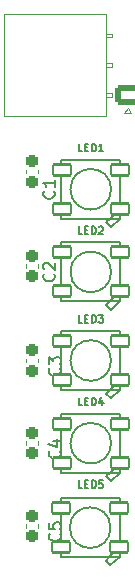
<source format=gbr>
%TF.GenerationSoftware,KiCad,Pcbnew,9.0.1*%
%TF.CreationDate,2025-09-15T21:48:15-05:00*%
%TF.ProjectId,IndicationPCB,496e6469-6361-4746-996f-6e5043422e6b,rev?*%
%TF.SameCoordinates,Original*%
%TF.FileFunction,Legend,Top*%
%TF.FilePolarity,Positive*%
%FSLAX46Y46*%
G04 Gerber Fmt 4.6, Leading zero omitted, Abs format (unit mm)*
G04 Created by KiCad (PCBNEW 9.0.1) date 2025-09-15 21:48:15*
%MOMM*%
%LPD*%
G01*
G04 APERTURE LIST*
G04 Aperture macros list*
%AMRoundRect*
0 Rectangle with rounded corners*
0 $1 Rounding radius*
0 $2 $3 $4 $5 $6 $7 $8 $9 X,Y pos of 4 corners*
0 Add a 4 corners polygon primitive as box body*
4,1,4,$2,$3,$4,$5,$6,$7,$8,$9,$2,$3,0*
0 Add four circle primitives for the rounded corners*
1,1,$1+$1,$2,$3*
1,1,$1+$1,$4,$5*
1,1,$1+$1,$6,$7*
1,1,$1+$1,$8,$9*
0 Add four rect primitives between the rounded corners*
20,1,$1+$1,$2,$3,$4,$5,0*
20,1,$1+$1,$4,$5,$6,$7,0*
20,1,$1+$1,$6,$7,$8,$9,0*
20,1,$1+$1,$8,$9,$2,$3,0*%
G04 Aperture macros list end*
%ADD10C,0.150000*%
%ADD11C,0.127000*%
%ADD12C,0.120000*%
%ADD13RoundRect,0.102000X0.750000X0.450000X-0.750000X0.450000X-0.750000X-0.450000X0.750000X-0.450000X0*%
%ADD14RoundRect,0.237500X0.237500X-0.300000X0.237500X0.300000X-0.237500X0.300000X-0.237500X-0.300000X0*%
%ADD15C,3.200000*%
%ADD16C,1.700000*%
%ADD17RoundRect,0.250000X0.850000X0.600000X-0.850000X0.600000X-0.850000X-0.600000X0.850000X-0.600000X0*%
%ADD18O,2.200000X1.700000*%
G04 APERTURE END LIST*
D10*
X144283809Y-77288276D02*
X143979047Y-77288276D01*
X143979047Y-77288276D02*
X143979047Y-76648276D01*
X144497142Y-76953038D02*
X144710476Y-76953038D01*
X144801904Y-77288276D02*
X144497142Y-77288276D01*
X144497142Y-77288276D02*
X144497142Y-76648276D01*
X144497142Y-76648276D02*
X144801904Y-76648276D01*
X145076190Y-77288276D02*
X145076190Y-76648276D01*
X145076190Y-76648276D02*
X145228571Y-76648276D01*
X145228571Y-76648276D02*
X145320000Y-76678752D01*
X145320000Y-76678752D02*
X145380952Y-76739704D01*
X145380952Y-76739704D02*
X145411429Y-76800657D01*
X145411429Y-76800657D02*
X145441905Y-76922561D01*
X145441905Y-76922561D02*
X145441905Y-77013990D01*
X145441905Y-77013990D02*
X145411429Y-77135895D01*
X145411429Y-77135895D02*
X145380952Y-77196847D01*
X145380952Y-77196847D02*
X145320000Y-77257800D01*
X145320000Y-77257800D02*
X145228571Y-77288276D01*
X145228571Y-77288276D02*
X145076190Y-77288276D01*
X145685714Y-76709228D02*
X145716190Y-76678752D01*
X145716190Y-76678752D02*
X145777143Y-76648276D01*
X145777143Y-76648276D02*
X145929524Y-76648276D01*
X145929524Y-76648276D02*
X145990476Y-76678752D01*
X145990476Y-76678752D02*
X146020952Y-76709228D01*
X146020952Y-76709228D02*
X146051429Y-76770180D01*
X146051429Y-76770180D02*
X146051429Y-76831133D01*
X146051429Y-76831133D02*
X146020952Y-76922561D01*
X146020952Y-76922561D02*
X145655238Y-77288276D01*
X145655238Y-77288276D02*
X146051429Y-77288276D01*
X144283809Y-70288276D02*
X143979047Y-70288276D01*
X143979047Y-70288276D02*
X143979047Y-69648276D01*
X144497142Y-69953038D02*
X144710476Y-69953038D01*
X144801904Y-70288276D02*
X144497142Y-70288276D01*
X144497142Y-70288276D02*
X144497142Y-69648276D01*
X144497142Y-69648276D02*
X144801904Y-69648276D01*
X145076190Y-70288276D02*
X145076190Y-69648276D01*
X145076190Y-69648276D02*
X145228571Y-69648276D01*
X145228571Y-69648276D02*
X145320000Y-69678752D01*
X145320000Y-69678752D02*
X145380952Y-69739704D01*
X145380952Y-69739704D02*
X145411429Y-69800657D01*
X145411429Y-69800657D02*
X145441905Y-69922561D01*
X145441905Y-69922561D02*
X145441905Y-70013990D01*
X145441905Y-70013990D02*
X145411429Y-70135895D01*
X145411429Y-70135895D02*
X145380952Y-70196847D01*
X145380952Y-70196847D02*
X145320000Y-70257800D01*
X145320000Y-70257800D02*
X145228571Y-70288276D01*
X145228571Y-70288276D02*
X145076190Y-70288276D01*
X146051429Y-70288276D02*
X145685714Y-70288276D01*
X145868571Y-70288276D02*
X145868571Y-69648276D01*
X145868571Y-69648276D02*
X145807619Y-69739704D01*
X145807619Y-69739704D02*
X145746667Y-69800657D01*
X145746667Y-69800657D02*
X145685714Y-69831133D01*
X141859580Y-80666666D02*
X141907200Y-80714285D01*
X141907200Y-80714285D02*
X141954819Y-80857142D01*
X141954819Y-80857142D02*
X141954819Y-80952380D01*
X141954819Y-80952380D02*
X141907200Y-81095237D01*
X141907200Y-81095237D02*
X141811961Y-81190475D01*
X141811961Y-81190475D02*
X141716723Y-81238094D01*
X141716723Y-81238094D02*
X141526247Y-81285713D01*
X141526247Y-81285713D02*
X141383390Y-81285713D01*
X141383390Y-81285713D02*
X141192914Y-81238094D01*
X141192914Y-81238094D02*
X141097676Y-81190475D01*
X141097676Y-81190475D02*
X141002438Y-81095237D01*
X141002438Y-81095237D02*
X140954819Y-80952380D01*
X140954819Y-80952380D02*
X140954819Y-80857142D01*
X140954819Y-80857142D02*
X141002438Y-80714285D01*
X141002438Y-80714285D02*
X141050057Y-80666666D01*
X141050057Y-80285713D02*
X141002438Y-80238094D01*
X141002438Y-80238094D02*
X140954819Y-80142856D01*
X140954819Y-80142856D02*
X140954819Y-79904761D01*
X140954819Y-79904761D02*
X141002438Y-79809523D01*
X141002438Y-79809523D02*
X141050057Y-79761904D01*
X141050057Y-79761904D02*
X141145295Y-79714285D01*
X141145295Y-79714285D02*
X141240533Y-79714285D01*
X141240533Y-79714285D02*
X141383390Y-79761904D01*
X141383390Y-79761904D02*
X141954819Y-80333332D01*
X141954819Y-80333332D02*
X141954819Y-79714285D01*
X144283809Y-84788276D02*
X143979047Y-84788276D01*
X143979047Y-84788276D02*
X143979047Y-84148276D01*
X144497142Y-84453038D02*
X144710476Y-84453038D01*
X144801904Y-84788276D02*
X144497142Y-84788276D01*
X144497142Y-84788276D02*
X144497142Y-84148276D01*
X144497142Y-84148276D02*
X144801904Y-84148276D01*
X145076190Y-84788276D02*
X145076190Y-84148276D01*
X145076190Y-84148276D02*
X145228571Y-84148276D01*
X145228571Y-84148276D02*
X145320000Y-84178752D01*
X145320000Y-84178752D02*
X145380952Y-84239704D01*
X145380952Y-84239704D02*
X145411429Y-84300657D01*
X145411429Y-84300657D02*
X145441905Y-84422561D01*
X145441905Y-84422561D02*
X145441905Y-84513990D01*
X145441905Y-84513990D02*
X145411429Y-84635895D01*
X145411429Y-84635895D02*
X145380952Y-84696847D01*
X145380952Y-84696847D02*
X145320000Y-84757800D01*
X145320000Y-84757800D02*
X145228571Y-84788276D01*
X145228571Y-84788276D02*
X145076190Y-84788276D01*
X145655238Y-84148276D02*
X146051429Y-84148276D01*
X146051429Y-84148276D02*
X145838095Y-84392085D01*
X145838095Y-84392085D02*
X145929524Y-84392085D01*
X145929524Y-84392085D02*
X145990476Y-84422561D01*
X145990476Y-84422561D02*
X146020952Y-84453038D01*
X146020952Y-84453038D02*
X146051429Y-84513990D01*
X146051429Y-84513990D02*
X146051429Y-84666371D01*
X146051429Y-84666371D02*
X146020952Y-84727323D01*
X146020952Y-84727323D02*
X145990476Y-84757800D01*
X145990476Y-84757800D02*
X145929524Y-84788276D01*
X145929524Y-84788276D02*
X145746667Y-84788276D01*
X145746667Y-84788276D02*
X145685714Y-84757800D01*
X145685714Y-84757800D02*
X145655238Y-84727323D01*
X142359580Y-88666666D02*
X142407200Y-88714285D01*
X142407200Y-88714285D02*
X142454819Y-88857142D01*
X142454819Y-88857142D02*
X142454819Y-88952380D01*
X142454819Y-88952380D02*
X142407200Y-89095237D01*
X142407200Y-89095237D02*
X142311961Y-89190475D01*
X142311961Y-89190475D02*
X142216723Y-89238094D01*
X142216723Y-89238094D02*
X142026247Y-89285713D01*
X142026247Y-89285713D02*
X141883390Y-89285713D01*
X141883390Y-89285713D02*
X141692914Y-89238094D01*
X141692914Y-89238094D02*
X141597676Y-89190475D01*
X141597676Y-89190475D02*
X141502438Y-89095237D01*
X141502438Y-89095237D02*
X141454819Y-88952380D01*
X141454819Y-88952380D02*
X141454819Y-88857142D01*
X141454819Y-88857142D02*
X141502438Y-88714285D01*
X141502438Y-88714285D02*
X141550057Y-88666666D01*
X141454819Y-88333332D02*
X141454819Y-87714285D01*
X141454819Y-87714285D02*
X141835771Y-88047618D01*
X141835771Y-88047618D02*
X141835771Y-87904761D01*
X141835771Y-87904761D02*
X141883390Y-87809523D01*
X141883390Y-87809523D02*
X141931009Y-87761904D01*
X141931009Y-87761904D02*
X142026247Y-87714285D01*
X142026247Y-87714285D02*
X142264342Y-87714285D01*
X142264342Y-87714285D02*
X142359580Y-87761904D01*
X142359580Y-87761904D02*
X142407200Y-87809523D01*
X142407200Y-87809523D02*
X142454819Y-87904761D01*
X142454819Y-87904761D02*
X142454819Y-88190475D01*
X142454819Y-88190475D02*
X142407200Y-88285713D01*
X142407200Y-88285713D02*
X142359580Y-88333332D01*
X144283809Y-91788276D02*
X143979047Y-91788276D01*
X143979047Y-91788276D02*
X143979047Y-91148276D01*
X144497142Y-91453038D02*
X144710476Y-91453038D01*
X144801904Y-91788276D02*
X144497142Y-91788276D01*
X144497142Y-91788276D02*
X144497142Y-91148276D01*
X144497142Y-91148276D02*
X144801904Y-91148276D01*
X145076190Y-91788276D02*
X145076190Y-91148276D01*
X145076190Y-91148276D02*
X145228571Y-91148276D01*
X145228571Y-91148276D02*
X145320000Y-91178752D01*
X145320000Y-91178752D02*
X145380952Y-91239704D01*
X145380952Y-91239704D02*
X145411429Y-91300657D01*
X145411429Y-91300657D02*
X145441905Y-91422561D01*
X145441905Y-91422561D02*
X145441905Y-91513990D01*
X145441905Y-91513990D02*
X145411429Y-91635895D01*
X145411429Y-91635895D02*
X145380952Y-91696847D01*
X145380952Y-91696847D02*
X145320000Y-91757800D01*
X145320000Y-91757800D02*
X145228571Y-91788276D01*
X145228571Y-91788276D02*
X145076190Y-91788276D01*
X145990476Y-91361609D02*
X145990476Y-91788276D01*
X145838095Y-91117800D02*
X145685714Y-91574942D01*
X145685714Y-91574942D02*
X146081905Y-91574942D01*
X142359580Y-95666666D02*
X142407200Y-95714285D01*
X142407200Y-95714285D02*
X142454819Y-95857142D01*
X142454819Y-95857142D02*
X142454819Y-95952380D01*
X142454819Y-95952380D02*
X142407200Y-96095237D01*
X142407200Y-96095237D02*
X142311961Y-96190475D01*
X142311961Y-96190475D02*
X142216723Y-96238094D01*
X142216723Y-96238094D02*
X142026247Y-96285713D01*
X142026247Y-96285713D02*
X141883390Y-96285713D01*
X141883390Y-96285713D02*
X141692914Y-96238094D01*
X141692914Y-96238094D02*
X141597676Y-96190475D01*
X141597676Y-96190475D02*
X141502438Y-96095237D01*
X141502438Y-96095237D02*
X141454819Y-95952380D01*
X141454819Y-95952380D02*
X141454819Y-95857142D01*
X141454819Y-95857142D02*
X141502438Y-95714285D01*
X141502438Y-95714285D02*
X141550057Y-95666666D01*
X141788152Y-94809523D02*
X142454819Y-94809523D01*
X141407200Y-95047618D02*
X142121485Y-95285713D01*
X142121485Y-95285713D02*
X142121485Y-94666666D01*
X141859580Y-73666666D02*
X141907200Y-73714285D01*
X141907200Y-73714285D02*
X141954819Y-73857142D01*
X141954819Y-73857142D02*
X141954819Y-73952380D01*
X141954819Y-73952380D02*
X141907200Y-74095237D01*
X141907200Y-74095237D02*
X141811961Y-74190475D01*
X141811961Y-74190475D02*
X141716723Y-74238094D01*
X141716723Y-74238094D02*
X141526247Y-74285713D01*
X141526247Y-74285713D02*
X141383390Y-74285713D01*
X141383390Y-74285713D02*
X141192914Y-74238094D01*
X141192914Y-74238094D02*
X141097676Y-74190475D01*
X141097676Y-74190475D02*
X141002438Y-74095237D01*
X141002438Y-74095237D02*
X140954819Y-73952380D01*
X140954819Y-73952380D02*
X140954819Y-73857142D01*
X140954819Y-73857142D02*
X141002438Y-73714285D01*
X141002438Y-73714285D02*
X141050057Y-73666666D01*
X141954819Y-72714285D02*
X141954819Y-73285713D01*
X141954819Y-72999999D02*
X140954819Y-72999999D01*
X140954819Y-72999999D02*
X141097676Y-73095237D01*
X141097676Y-73095237D02*
X141192914Y-73190475D01*
X141192914Y-73190475D02*
X141240533Y-73285713D01*
X142359580Y-102666666D02*
X142407200Y-102714285D01*
X142407200Y-102714285D02*
X142454819Y-102857142D01*
X142454819Y-102857142D02*
X142454819Y-102952380D01*
X142454819Y-102952380D02*
X142407200Y-103095237D01*
X142407200Y-103095237D02*
X142311961Y-103190475D01*
X142311961Y-103190475D02*
X142216723Y-103238094D01*
X142216723Y-103238094D02*
X142026247Y-103285713D01*
X142026247Y-103285713D02*
X141883390Y-103285713D01*
X141883390Y-103285713D02*
X141692914Y-103238094D01*
X141692914Y-103238094D02*
X141597676Y-103190475D01*
X141597676Y-103190475D02*
X141502438Y-103095237D01*
X141502438Y-103095237D02*
X141454819Y-102952380D01*
X141454819Y-102952380D02*
X141454819Y-102857142D01*
X141454819Y-102857142D02*
X141502438Y-102714285D01*
X141502438Y-102714285D02*
X141550057Y-102666666D01*
X141454819Y-101761904D02*
X141454819Y-102238094D01*
X141454819Y-102238094D02*
X141931009Y-102285713D01*
X141931009Y-102285713D02*
X141883390Y-102238094D01*
X141883390Y-102238094D02*
X141835771Y-102142856D01*
X141835771Y-102142856D02*
X141835771Y-101904761D01*
X141835771Y-101904761D02*
X141883390Y-101809523D01*
X141883390Y-101809523D02*
X141931009Y-101761904D01*
X141931009Y-101761904D02*
X142026247Y-101714285D01*
X142026247Y-101714285D02*
X142264342Y-101714285D01*
X142264342Y-101714285D02*
X142359580Y-101761904D01*
X142359580Y-101761904D02*
X142407200Y-101809523D01*
X142407200Y-101809523D02*
X142454819Y-101904761D01*
X142454819Y-101904761D02*
X142454819Y-102142856D01*
X142454819Y-102142856D02*
X142407200Y-102238094D01*
X142407200Y-102238094D02*
X142359580Y-102285713D01*
X144283809Y-98788276D02*
X143979047Y-98788276D01*
X143979047Y-98788276D02*
X143979047Y-98148276D01*
X144497142Y-98453038D02*
X144710476Y-98453038D01*
X144801904Y-98788276D02*
X144497142Y-98788276D01*
X144497142Y-98788276D02*
X144497142Y-98148276D01*
X144497142Y-98148276D02*
X144801904Y-98148276D01*
X145076190Y-98788276D02*
X145076190Y-98148276D01*
X145076190Y-98148276D02*
X145228571Y-98148276D01*
X145228571Y-98148276D02*
X145320000Y-98178752D01*
X145320000Y-98178752D02*
X145380952Y-98239704D01*
X145380952Y-98239704D02*
X145411429Y-98300657D01*
X145411429Y-98300657D02*
X145441905Y-98422561D01*
X145441905Y-98422561D02*
X145441905Y-98513990D01*
X145441905Y-98513990D02*
X145411429Y-98635895D01*
X145411429Y-98635895D02*
X145380952Y-98696847D01*
X145380952Y-98696847D02*
X145320000Y-98757800D01*
X145320000Y-98757800D02*
X145228571Y-98788276D01*
X145228571Y-98788276D02*
X145076190Y-98788276D01*
X146020952Y-98148276D02*
X145716190Y-98148276D01*
X145716190Y-98148276D02*
X145685714Y-98453038D01*
X145685714Y-98453038D02*
X145716190Y-98422561D01*
X145716190Y-98422561D02*
X145777143Y-98392085D01*
X145777143Y-98392085D02*
X145929524Y-98392085D01*
X145929524Y-98392085D02*
X145990476Y-98422561D01*
X145990476Y-98422561D02*
X146020952Y-98453038D01*
X146020952Y-98453038D02*
X146051429Y-98513990D01*
X146051429Y-98513990D02*
X146051429Y-98666371D01*
X146051429Y-98666371D02*
X146020952Y-98727323D01*
X146020952Y-98727323D02*
X145990476Y-98757800D01*
X145990476Y-98757800D02*
X145929524Y-98788276D01*
X145929524Y-98788276D02*
X145777143Y-98788276D01*
X145777143Y-98788276D02*
X145716190Y-98757800D01*
X145716190Y-98757800D02*
X145685714Y-98727323D01*
D11*
%TO.C,LED2*%
X142500000Y-78000000D02*
X147500000Y-78000000D01*
X142500000Y-83000000D02*
X142500000Y-78000000D01*
X146300000Y-83300000D02*
X146700000Y-83700000D01*
X146600000Y-83000000D02*
X142500000Y-83000000D01*
X146600000Y-83000000D02*
X146300000Y-83300000D01*
X146700000Y-83700000D02*
X147500000Y-83000000D01*
X147500000Y-78000000D02*
X147500000Y-82100000D01*
X147500000Y-82100000D02*
X146600000Y-83000000D01*
X147500000Y-82100000D02*
X147500000Y-83000000D01*
X147500000Y-83000000D02*
X146600000Y-83000000D01*
X146720460Y-80500000D02*
G75*
G02*
X143279540Y-80500000I-1720460J0D01*
G01*
X143279540Y-80500000D02*
G75*
G02*
X146720460Y-80500000I1720460J0D01*
G01*
%TO.C,LED1*%
X142500000Y-71000000D02*
X147500000Y-71000000D01*
X142500000Y-76000000D02*
X142500000Y-71000000D01*
X146300000Y-76300000D02*
X146700000Y-76700000D01*
X146600000Y-76000000D02*
X142500000Y-76000000D01*
X146600000Y-76000000D02*
X146300000Y-76300000D01*
X146700000Y-76700000D02*
X147500000Y-76000000D01*
X147500000Y-71000000D02*
X147500000Y-75100000D01*
X147500000Y-75100000D02*
X146600000Y-76000000D01*
X147500000Y-75100000D02*
X147500000Y-76000000D01*
X147500000Y-76000000D02*
X146600000Y-76000000D01*
X146720460Y-73500000D02*
G75*
G02*
X143279540Y-73500000I-1720460J0D01*
G01*
X143279540Y-73500000D02*
G75*
G02*
X146720460Y-73500000I1720460J0D01*
G01*
D12*
%TO.C,C2*%
X139490000Y-80146267D02*
X139490000Y-79853733D01*
X140510000Y-80146267D02*
X140510000Y-79853733D01*
D11*
%TO.C,LED3*%
X142500000Y-85500000D02*
X147500000Y-85500000D01*
X142500000Y-90500000D02*
X142500000Y-85500000D01*
X146300000Y-90800000D02*
X146700000Y-91200000D01*
X146600000Y-90500000D02*
X142500000Y-90500000D01*
X146600000Y-90500000D02*
X146300000Y-90800000D01*
X146700000Y-91200000D02*
X147500000Y-90500000D01*
X147500000Y-85500000D02*
X147500000Y-89600000D01*
X147500000Y-89600000D02*
X146600000Y-90500000D01*
X147500000Y-89600000D02*
X147500000Y-90500000D01*
X147500000Y-90500000D02*
X146600000Y-90500000D01*
X146720460Y-88000000D02*
G75*
G02*
X143279540Y-88000000I-1720460J0D01*
G01*
X143279540Y-88000000D02*
G75*
G02*
X146720460Y-88000000I1720460J0D01*
G01*
D12*
%TO.C,C3*%
X139490000Y-88146267D02*
X139490000Y-87853733D01*
X140510000Y-88146267D02*
X140510000Y-87853733D01*
D11*
%TO.C,LED4*%
X142500000Y-92500000D02*
X147500000Y-92500000D01*
X142500000Y-97500000D02*
X142500000Y-92500000D01*
X146300000Y-97800000D02*
X146700000Y-98200000D01*
X146600000Y-97500000D02*
X142500000Y-97500000D01*
X146600000Y-97500000D02*
X146300000Y-97800000D01*
X146700000Y-98200000D02*
X147500000Y-97500000D01*
X147500000Y-92500000D02*
X147500000Y-96600000D01*
X147500000Y-96600000D02*
X146600000Y-97500000D01*
X147500000Y-96600000D02*
X147500000Y-97500000D01*
X147500000Y-97500000D02*
X146600000Y-97500000D01*
X146720460Y-95000000D02*
G75*
G02*
X143279540Y-95000000I-1720460J0D01*
G01*
X143279540Y-95000000D02*
G75*
G02*
X146720460Y-95000000I1720460J0D01*
G01*
D12*
%TO.C,C4*%
X139490000Y-95146267D02*
X139490000Y-94853733D01*
X140510000Y-95146267D02*
X140510000Y-94853733D01*
%TO.C,J1*%
X137650000Y-58670000D02*
X137650000Y-67330000D01*
X137650000Y-67330000D02*
X146330000Y-67330000D01*
X146330000Y-58670000D02*
X137650000Y-58670000D01*
X146330000Y-60350000D02*
X146330000Y-60650000D01*
X146330000Y-60650000D02*
X146780000Y-60650000D01*
X146330000Y-62850000D02*
X146330000Y-63150000D01*
X146330000Y-63150000D02*
X146780000Y-63150000D01*
X146330000Y-65350000D02*
X146330000Y-65650000D01*
X146330000Y-65650000D02*
X146780000Y-65650000D01*
X146330000Y-67330000D02*
X146330000Y-58670000D01*
X146780000Y-60350000D02*
X146330000Y-60350000D01*
X146780000Y-60650000D02*
X146780000Y-60350000D01*
X146780000Y-62850000D02*
X146330000Y-62850000D01*
X146780000Y-63150000D02*
X146780000Y-62850000D01*
X146780000Y-65350000D02*
X146330000Y-65350000D01*
X146780000Y-65650000D02*
X146780000Y-65350000D01*
X147840000Y-67034264D02*
X148440000Y-67034264D01*
X148140000Y-66610000D02*
X147840000Y-67034264D01*
X148440000Y-67034264D02*
X148140000Y-66610000D01*
%TO.C,C1*%
X139490000Y-72146267D02*
X139490000Y-71853733D01*
X140510000Y-72146267D02*
X140510000Y-71853733D01*
%TO.C,C5*%
X139490000Y-102146267D02*
X139490000Y-101853733D01*
X140510000Y-102146267D02*
X140510000Y-101853733D01*
D11*
%TO.C,LED5*%
X142450000Y-99650000D02*
X147450000Y-99650000D01*
X142450000Y-104650000D02*
X142450000Y-99650000D01*
X146250000Y-104950000D02*
X146650000Y-105350000D01*
X146550000Y-104650000D02*
X142450000Y-104650000D01*
X146550000Y-104650000D02*
X146250000Y-104950000D01*
X146650000Y-105350000D02*
X147450000Y-104650000D01*
X147450000Y-99650000D02*
X147450000Y-103750000D01*
X147450000Y-103750000D02*
X146550000Y-104650000D01*
X147450000Y-103750000D02*
X147450000Y-104650000D01*
X147450000Y-104650000D02*
X146550000Y-104650000D01*
X146670460Y-102150000D02*
G75*
G02*
X143229540Y-102150000I-1720460J0D01*
G01*
X143229540Y-102150000D02*
G75*
G02*
X146670460Y-102150000I1720460J0D01*
G01*
%TD*%
%LPC*%
D13*
%TO.C,LED2*%
X142550000Y-78850000D03*
X142550000Y-82150000D03*
X147450000Y-82150000D03*
X147450000Y-78850000D03*
%TD*%
%TO.C,LED1*%
X142550000Y-71850000D03*
X142550000Y-75150000D03*
X147450000Y-75150000D03*
X147450000Y-71850000D03*
%TD*%
D14*
%TO.C,C2*%
X140000000Y-80862500D03*
X140000000Y-79137500D03*
%TD*%
D13*
%TO.C,LED3*%
X142550000Y-86350000D03*
X142550000Y-89650000D03*
X147450000Y-89650000D03*
X147450000Y-86350000D03*
%TD*%
D15*
%TO.C,H1*%
X144500000Y-52000000D03*
%TD*%
D14*
%TO.C,C3*%
X140000000Y-88862500D03*
X140000000Y-87137500D03*
%TD*%
D13*
%TO.C,LED4*%
X142550000Y-93350000D03*
X142550000Y-96650000D03*
X147450000Y-96650000D03*
X147450000Y-93350000D03*
%TD*%
D14*
%TO.C,C4*%
X140000000Y-95862500D03*
X140000000Y-94137500D03*
%TD*%
D15*
%TO.C,H2*%
X144500000Y-108000000D03*
%TD*%
D16*
%TO.C,J1*%
X140960000Y-65500000D03*
X140960000Y-60500000D03*
D17*
X148140000Y-65500000D03*
D18*
X148140000Y-63000000D03*
X148140000Y-60500000D03*
%TD*%
D14*
%TO.C,C1*%
X140000000Y-72862500D03*
X140000000Y-71137500D03*
%TD*%
%TO.C,C5*%
X140000000Y-102862500D03*
X140000000Y-101137500D03*
%TD*%
D13*
%TO.C,LED5*%
X142500000Y-100500000D03*
X142500000Y-103800000D03*
X147400000Y-103800000D03*
X147400000Y-100500000D03*
%TD*%
%LPD*%
M02*

</source>
